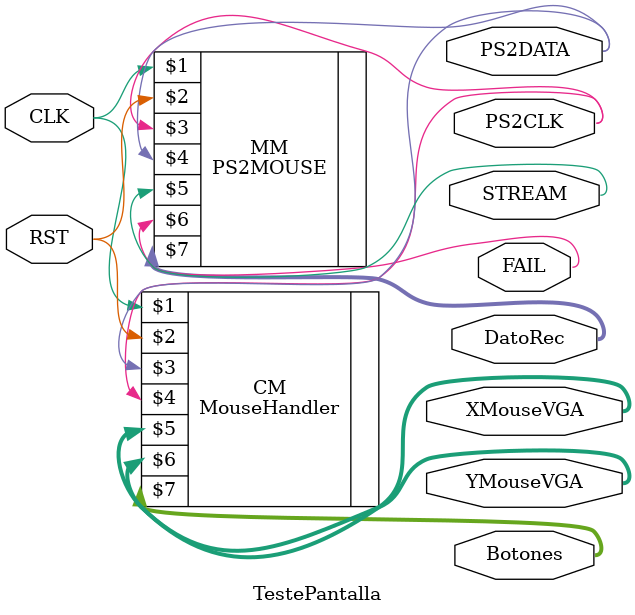
<source format=v>
`timescale 1ns / 1ps
module TestePantalla(CLK,RST,PS2CLK,PS2DATA,STREAM,FAIL,DatoRec,XMouseVGA, YMouseVGA, Botones);
	input CLK,RST;
	output wire PS2CLK,PS2DATA;
	output wire STREAM,FAIL;
	output wire [7:0] DatoRec;
	output wire [9:0] XMouseVGA, YMouseVGA;
	output wire [2:0] Botones;


	
MouseHandler CM(CLK,RST,PS2DATA,PS2CLK,XMouseVGA,YMouseVGA,Botones);

	
//Controlador //Aquí va el controlador de ustedes

//Modulo Mouse
PS2MOUSE MM(CLK,RST,PS2CLK,PS2DATA,STREAM,FAIL,DatoRec); //este modulo simula la arquitectura interna del mouse
	
endmodule

</source>
